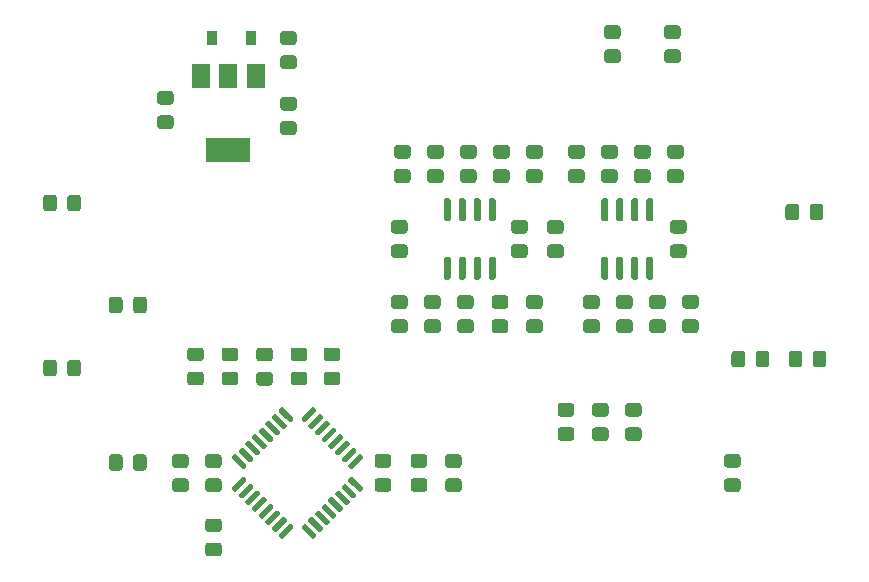
<source format=gbr>
%TF.GenerationSoftware,KiCad,Pcbnew,5.1.6-c6e7f7d~87~ubuntu18.04.1*%
%TF.CreationDate,2020-07-29T17:40:00-04:00*%
%TF.ProjectId,bit_crusher_pedal,6269745f-6372-4757-9368-65725f706564,rev?*%
%TF.SameCoordinates,Original*%
%TF.FileFunction,Paste,Bot*%
%TF.FilePolarity,Positive*%
%FSLAX46Y46*%
G04 Gerber Fmt 4.6, Leading zero omitted, Abs format (unit mm)*
G04 Created by KiCad (PCBNEW 5.1.6-c6e7f7d~87~ubuntu18.04.1) date 2020-07-29 17:40:00*
%MOMM*%
%LPD*%
G01*
G04 APERTURE LIST*
%ADD10R,1.500000X2.000000*%
%ADD11R,3.800000X2.000000*%
%ADD12R,0.900000X1.200000*%
G04 APERTURE END LIST*
%TO.C,R23*%
G36*
G01*
X142690001Y-98610000D02*
X141789999Y-98610000D01*
G75*
G02*
X141540000Y-98360001I0J249999D01*
G01*
X141540000Y-97709999D01*
G75*
G02*
X141789999Y-97460000I249999J0D01*
G01*
X142690001Y-97460000D01*
G75*
G02*
X142940000Y-97709999I0J-249999D01*
G01*
X142940000Y-98360001D01*
G75*
G02*
X142690001Y-98610000I-249999J0D01*
G01*
G37*
G36*
G01*
X142690001Y-100660000D02*
X141789999Y-100660000D01*
G75*
G02*
X141540000Y-100410001I0J249999D01*
G01*
X141540000Y-99759999D01*
G75*
G02*
X141789999Y-99510000I249999J0D01*
G01*
X142690001Y-99510000D01*
G75*
G02*
X142940000Y-99759999I0J-249999D01*
G01*
X142940000Y-100410001D01*
G75*
G02*
X142690001Y-100660000I-249999J0D01*
G01*
G37*
%TD*%
D10*
%TO.C,U4*%
X97268000Y-65405000D03*
X101868000Y-65405000D03*
X99568000Y-65405000D03*
D11*
X99568000Y-71705000D03*
%TD*%
%TO.C,U3*%
G36*
G01*
X99859212Y-100297437D02*
X100743095Y-99413554D01*
G75*
G02*
X100919871Y-99413554I88388J-88388D01*
G01*
X101096648Y-99590331D01*
G75*
G02*
X101096648Y-99767107I-88388J-88388D01*
G01*
X100212765Y-100650990D01*
G75*
G02*
X100035989Y-100650990I-88388J88388D01*
G01*
X99859212Y-100474213D01*
G75*
G02*
X99859212Y-100297437I88388J88388D01*
G01*
G37*
G36*
G01*
X100424898Y-100863122D02*
X101308781Y-99979239D01*
G75*
G02*
X101485557Y-99979239I88388J-88388D01*
G01*
X101662334Y-100156016D01*
G75*
G02*
X101662334Y-100332792I-88388J-88388D01*
G01*
X100778451Y-101216675D01*
G75*
G02*
X100601675Y-101216675I-88388J88388D01*
G01*
X100424898Y-101039898D01*
G75*
G02*
X100424898Y-100863122I88388J88388D01*
G01*
G37*
G36*
G01*
X100990583Y-101428808D02*
X101874466Y-100544925D01*
G75*
G02*
X102051242Y-100544925I88388J-88388D01*
G01*
X102228019Y-100721702D01*
G75*
G02*
X102228019Y-100898478I-88388J-88388D01*
G01*
X101344136Y-101782361D01*
G75*
G02*
X101167360Y-101782361I-88388J88388D01*
G01*
X100990583Y-101605584D01*
G75*
G02*
X100990583Y-101428808I88388J88388D01*
G01*
G37*
G36*
G01*
X101556268Y-101994493D02*
X102440151Y-101110610D01*
G75*
G02*
X102616927Y-101110610I88388J-88388D01*
G01*
X102793704Y-101287387D01*
G75*
G02*
X102793704Y-101464163I-88388J-88388D01*
G01*
X101909821Y-102348046D01*
G75*
G02*
X101733045Y-102348046I-88388J88388D01*
G01*
X101556268Y-102171269D01*
G75*
G02*
X101556268Y-101994493I88388J88388D01*
G01*
G37*
G36*
G01*
X102121954Y-102560179D02*
X103005837Y-101676296D01*
G75*
G02*
X103182613Y-101676296I88388J-88388D01*
G01*
X103359390Y-101853073D01*
G75*
G02*
X103359390Y-102029849I-88388J-88388D01*
G01*
X102475507Y-102913732D01*
G75*
G02*
X102298731Y-102913732I-88388J88388D01*
G01*
X102121954Y-102736955D01*
G75*
G02*
X102121954Y-102560179I88388J88388D01*
G01*
G37*
G36*
G01*
X102687639Y-103125864D02*
X103571522Y-102241981D01*
G75*
G02*
X103748298Y-102241981I88388J-88388D01*
G01*
X103925075Y-102418758D01*
G75*
G02*
X103925075Y-102595534I-88388J-88388D01*
G01*
X103041192Y-103479417D01*
G75*
G02*
X102864416Y-103479417I-88388J88388D01*
G01*
X102687639Y-103302640D01*
G75*
G02*
X102687639Y-103125864I88388J88388D01*
G01*
G37*
G36*
G01*
X103253325Y-103691549D02*
X104137208Y-102807666D01*
G75*
G02*
X104313984Y-102807666I88388J-88388D01*
G01*
X104490761Y-102984443D01*
G75*
G02*
X104490761Y-103161219I-88388J-88388D01*
G01*
X103606878Y-104045102D01*
G75*
G02*
X103430102Y-104045102I-88388J88388D01*
G01*
X103253325Y-103868325D01*
G75*
G02*
X103253325Y-103691549I88388J88388D01*
G01*
G37*
G36*
G01*
X103819010Y-104257235D02*
X104702893Y-103373352D01*
G75*
G02*
X104879669Y-103373352I88388J-88388D01*
G01*
X105056446Y-103550129D01*
G75*
G02*
X105056446Y-103726905I-88388J-88388D01*
G01*
X104172563Y-104610788D01*
G75*
G02*
X103995787Y-104610788I-88388J88388D01*
G01*
X103819010Y-104434011D01*
G75*
G02*
X103819010Y-104257235I88388J88388D01*
G01*
G37*
G36*
G01*
X105763554Y-103550128D02*
X105940331Y-103373352D01*
G75*
G02*
X106117107Y-103373352I88388J-88388D01*
G01*
X107000990Y-104257235D01*
G75*
G02*
X107000990Y-104434011I-88388J-88388D01*
G01*
X106824213Y-104610788D01*
G75*
G02*
X106647437Y-104610788I-88388J88388D01*
G01*
X105763554Y-103726905D01*
G75*
G02*
X105763554Y-103550129I88388J88388D01*
G01*
G37*
G36*
G01*
X106329239Y-102984442D02*
X106506016Y-102807666D01*
G75*
G02*
X106682792Y-102807666I88388J-88388D01*
G01*
X107566675Y-103691549D01*
G75*
G02*
X107566675Y-103868325I-88388J-88388D01*
G01*
X107389898Y-104045102D01*
G75*
G02*
X107213122Y-104045102I-88388J88388D01*
G01*
X106329239Y-103161219D01*
G75*
G02*
X106329239Y-102984443I88388J88388D01*
G01*
G37*
G36*
G01*
X106894925Y-102418757D02*
X107071702Y-102241981D01*
G75*
G02*
X107248478Y-102241981I88388J-88388D01*
G01*
X108132361Y-103125864D01*
G75*
G02*
X108132361Y-103302640I-88388J-88388D01*
G01*
X107955584Y-103479417D01*
G75*
G02*
X107778808Y-103479417I-88388J88388D01*
G01*
X106894925Y-102595534D01*
G75*
G02*
X106894925Y-102418758I88388J88388D01*
G01*
G37*
G36*
G01*
X107460610Y-101853072D02*
X107637387Y-101676296D01*
G75*
G02*
X107814163Y-101676296I88388J-88388D01*
G01*
X108698046Y-102560179D01*
G75*
G02*
X108698046Y-102736955I-88388J-88388D01*
G01*
X108521269Y-102913732D01*
G75*
G02*
X108344493Y-102913732I-88388J88388D01*
G01*
X107460610Y-102029849D01*
G75*
G02*
X107460610Y-101853073I88388J88388D01*
G01*
G37*
G36*
G01*
X108026296Y-101287386D02*
X108203073Y-101110610D01*
G75*
G02*
X108379849Y-101110610I88388J-88388D01*
G01*
X109263732Y-101994493D01*
G75*
G02*
X109263732Y-102171269I-88388J-88388D01*
G01*
X109086955Y-102348046D01*
G75*
G02*
X108910179Y-102348046I-88388J88388D01*
G01*
X108026296Y-101464163D01*
G75*
G02*
X108026296Y-101287387I88388J88388D01*
G01*
G37*
G36*
G01*
X108591981Y-100721701D02*
X108768758Y-100544925D01*
G75*
G02*
X108945534Y-100544925I88388J-88388D01*
G01*
X109829417Y-101428808D01*
G75*
G02*
X109829417Y-101605584I-88388J-88388D01*
G01*
X109652640Y-101782361D01*
G75*
G02*
X109475864Y-101782361I-88388J88388D01*
G01*
X108591981Y-100898478D01*
G75*
G02*
X108591981Y-100721702I88388J88388D01*
G01*
G37*
G36*
G01*
X109157666Y-100156015D02*
X109334443Y-99979239D01*
G75*
G02*
X109511219Y-99979239I88388J-88388D01*
G01*
X110395102Y-100863122D01*
G75*
G02*
X110395102Y-101039898I-88388J-88388D01*
G01*
X110218325Y-101216675D01*
G75*
G02*
X110041549Y-101216675I-88388J88388D01*
G01*
X109157666Y-100332792D01*
G75*
G02*
X109157666Y-100156016I88388J88388D01*
G01*
G37*
G36*
G01*
X109723352Y-99590330D02*
X109900129Y-99413554D01*
G75*
G02*
X110076905Y-99413554I88388J-88388D01*
G01*
X110960788Y-100297437D01*
G75*
G02*
X110960788Y-100474213I-88388J-88388D01*
G01*
X110784011Y-100650990D01*
G75*
G02*
X110607235Y-100650990I-88388J88388D01*
G01*
X109723352Y-99767107D01*
G75*
G02*
X109723352Y-99590331I88388J88388D01*
G01*
G37*
G36*
G01*
X109723352Y-98352893D02*
X110607235Y-97469010D01*
G75*
G02*
X110784011Y-97469010I88388J-88388D01*
G01*
X110960788Y-97645787D01*
G75*
G02*
X110960788Y-97822563I-88388J-88388D01*
G01*
X110076905Y-98706446D01*
G75*
G02*
X109900129Y-98706446I-88388J88388D01*
G01*
X109723352Y-98529669D01*
G75*
G02*
X109723352Y-98352893I88388J88388D01*
G01*
G37*
G36*
G01*
X109157666Y-97787208D02*
X110041549Y-96903325D01*
G75*
G02*
X110218325Y-96903325I88388J-88388D01*
G01*
X110395102Y-97080102D01*
G75*
G02*
X110395102Y-97256878I-88388J-88388D01*
G01*
X109511219Y-98140761D01*
G75*
G02*
X109334443Y-98140761I-88388J88388D01*
G01*
X109157666Y-97963984D01*
G75*
G02*
X109157666Y-97787208I88388J88388D01*
G01*
G37*
G36*
G01*
X108591981Y-97221522D02*
X109475864Y-96337639D01*
G75*
G02*
X109652640Y-96337639I88388J-88388D01*
G01*
X109829417Y-96514416D01*
G75*
G02*
X109829417Y-96691192I-88388J-88388D01*
G01*
X108945534Y-97575075D01*
G75*
G02*
X108768758Y-97575075I-88388J88388D01*
G01*
X108591981Y-97398298D01*
G75*
G02*
X108591981Y-97221522I88388J88388D01*
G01*
G37*
G36*
G01*
X108026296Y-96655837D02*
X108910179Y-95771954D01*
G75*
G02*
X109086955Y-95771954I88388J-88388D01*
G01*
X109263732Y-95948731D01*
G75*
G02*
X109263732Y-96125507I-88388J-88388D01*
G01*
X108379849Y-97009390D01*
G75*
G02*
X108203073Y-97009390I-88388J88388D01*
G01*
X108026296Y-96832613D01*
G75*
G02*
X108026296Y-96655837I88388J88388D01*
G01*
G37*
G36*
G01*
X107460610Y-96090151D02*
X108344493Y-95206268D01*
G75*
G02*
X108521269Y-95206268I88388J-88388D01*
G01*
X108698046Y-95383045D01*
G75*
G02*
X108698046Y-95559821I-88388J-88388D01*
G01*
X107814163Y-96443704D01*
G75*
G02*
X107637387Y-96443704I-88388J88388D01*
G01*
X107460610Y-96266927D01*
G75*
G02*
X107460610Y-96090151I88388J88388D01*
G01*
G37*
G36*
G01*
X106894925Y-95524466D02*
X107778808Y-94640583D01*
G75*
G02*
X107955584Y-94640583I88388J-88388D01*
G01*
X108132361Y-94817360D01*
G75*
G02*
X108132361Y-94994136I-88388J-88388D01*
G01*
X107248478Y-95878019D01*
G75*
G02*
X107071702Y-95878019I-88388J88388D01*
G01*
X106894925Y-95701242D01*
G75*
G02*
X106894925Y-95524466I88388J88388D01*
G01*
G37*
G36*
G01*
X106329239Y-94958781D02*
X107213122Y-94074898D01*
G75*
G02*
X107389898Y-94074898I88388J-88388D01*
G01*
X107566675Y-94251675D01*
G75*
G02*
X107566675Y-94428451I-88388J-88388D01*
G01*
X106682792Y-95312334D01*
G75*
G02*
X106506016Y-95312334I-88388J88388D01*
G01*
X106329239Y-95135557D01*
G75*
G02*
X106329239Y-94958781I88388J88388D01*
G01*
G37*
G36*
G01*
X105763554Y-94393095D02*
X106647437Y-93509212D01*
G75*
G02*
X106824213Y-93509212I88388J-88388D01*
G01*
X107000990Y-93685989D01*
G75*
G02*
X107000990Y-93862765I-88388J-88388D01*
G01*
X106117107Y-94746648D01*
G75*
G02*
X105940331Y-94746648I-88388J88388D01*
G01*
X105763554Y-94569871D01*
G75*
G02*
X105763554Y-94393095I88388J88388D01*
G01*
G37*
G36*
G01*
X103819010Y-93685988D02*
X103995787Y-93509212D01*
G75*
G02*
X104172563Y-93509212I88388J-88388D01*
G01*
X105056446Y-94393095D01*
G75*
G02*
X105056446Y-94569871I-88388J-88388D01*
G01*
X104879669Y-94746648D01*
G75*
G02*
X104702893Y-94746648I-88388J88388D01*
G01*
X103819010Y-93862765D01*
G75*
G02*
X103819010Y-93685989I88388J88388D01*
G01*
G37*
G36*
G01*
X103253325Y-94251674D02*
X103430102Y-94074898D01*
G75*
G02*
X103606878Y-94074898I88388J-88388D01*
G01*
X104490761Y-94958781D01*
G75*
G02*
X104490761Y-95135557I-88388J-88388D01*
G01*
X104313984Y-95312334D01*
G75*
G02*
X104137208Y-95312334I-88388J88388D01*
G01*
X103253325Y-94428451D01*
G75*
G02*
X103253325Y-94251675I88388J88388D01*
G01*
G37*
G36*
G01*
X102687639Y-94817359D02*
X102864416Y-94640583D01*
G75*
G02*
X103041192Y-94640583I88388J-88388D01*
G01*
X103925075Y-95524466D01*
G75*
G02*
X103925075Y-95701242I-88388J-88388D01*
G01*
X103748298Y-95878019D01*
G75*
G02*
X103571522Y-95878019I-88388J88388D01*
G01*
X102687639Y-94994136D01*
G75*
G02*
X102687639Y-94817360I88388J88388D01*
G01*
G37*
G36*
G01*
X102121954Y-95383044D02*
X102298731Y-95206268D01*
G75*
G02*
X102475507Y-95206268I88388J-88388D01*
G01*
X103359390Y-96090151D01*
G75*
G02*
X103359390Y-96266927I-88388J-88388D01*
G01*
X103182613Y-96443704D01*
G75*
G02*
X103005837Y-96443704I-88388J88388D01*
G01*
X102121954Y-95559821D01*
G75*
G02*
X102121954Y-95383045I88388J88388D01*
G01*
G37*
G36*
G01*
X101556268Y-95948730D02*
X101733045Y-95771954D01*
G75*
G02*
X101909821Y-95771954I88388J-88388D01*
G01*
X102793704Y-96655837D01*
G75*
G02*
X102793704Y-96832613I-88388J-88388D01*
G01*
X102616927Y-97009390D01*
G75*
G02*
X102440151Y-97009390I-88388J88388D01*
G01*
X101556268Y-96125507D01*
G75*
G02*
X101556268Y-95948731I88388J88388D01*
G01*
G37*
G36*
G01*
X100990583Y-96514415D02*
X101167360Y-96337639D01*
G75*
G02*
X101344136Y-96337639I88388J-88388D01*
G01*
X102228019Y-97221522D01*
G75*
G02*
X102228019Y-97398298I-88388J-88388D01*
G01*
X102051242Y-97575075D01*
G75*
G02*
X101874466Y-97575075I-88388J88388D01*
G01*
X100990583Y-96691192D01*
G75*
G02*
X100990583Y-96514416I88388J88388D01*
G01*
G37*
G36*
G01*
X100424898Y-97080101D02*
X100601675Y-96903325D01*
G75*
G02*
X100778451Y-96903325I88388J-88388D01*
G01*
X101662334Y-97787208D01*
G75*
G02*
X101662334Y-97963984I-88388J-88388D01*
G01*
X101485557Y-98140761D01*
G75*
G02*
X101308781Y-98140761I-88388J88388D01*
G01*
X100424898Y-97256878D01*
G75*
G02*
X100424898Y-97080102I88388J88388D01*
G01*
G37*
G36*
G01*
X99859212Y-97645786D02*
X100035989Y-97469010D01*
G75*
G02*
X100212765Y-97469010I88388J-88388D01*
G01*
X101096648Y-98352893D01*
G75*
G02*
X101096648Y-98529669I-88388J-88388D01*
G01*
X100919871Y-98706446D01*
G75*
G02*
X100743095Y-98706446I-88388J88388D01*
G01*
X99859212Y-97822563D01*
G75*
G02*
X99859212Y-97645787I88388J88388D01*
G01*
G37*
%TD*%
%TO.C,U2*%
G36*
G01*
X117960000Y-80748000D02*
X118260000Y-80748000D01*
G75*
G02*
X118410000Y-80898000I0J-150000D01*
G01*
X118410000Y-82548000D01*
G75*
G02*
X118260000Y-82698000I-150000J0D01*
G01*
X117960000Y-82698000D01*
G75*
G02*
X117810000Y-82548000I0J150000D01*
G01*
X117810000Y-80898000D01*
G75*
G02*
X117960000Y-80748000I150000J0D01*
G01*
G37*
G36*
G01*
X119230000Y-80748000D02*
X119530000Y-80748000D01*
G75*
G02*
X119680000Y-80898000I0J-150000D01*
G01*
X119680000Y-82548000D01*
G75*
G02*
X119530000Y-82698000I-150000J0D01*
G01*
X119230000Y-82698000D01*
G75*
G02*
X119080000Y-82548000I0J150000D01*
G01*
X119080000Y-80898000D01*
G75*
G02*
X119230000Y-80748000I150000J0D01*
G01*
G37*
G36*
G01*
X120500000Y-80748000D02*
X120800000Y-80748000D01*
G75*
G02*
X120950000Y-80898000I0J-150000D01*
G01*
X120950000Y-82548000D01*
G75*
G02*
X120800000Y-82698000I-150000J0D01*
G01*
X120500000Y-82698000D01*
G75*
G02*
X120350000Y-82548000I0J150000D01*
G01*
X120350000Y-80898000D01*
G75*
G02*
X120500000Y-80748000I150000J0D01*
G01*
G37*
G36*
G01*
X121770000Y-80748000D02*
X122070000Y-80748000D01*
G75*
G02*
X122220000Y-80898000I0J-150000D01*
G01*
X122220000Y-82548000D01*
G75*
G02*
X122070000Y-82698000I-150000J0D01*
G01*
X121770000Y-82698000D01*
G75*
G02*
X121620000Y-82548000I0J150000D01*
G01*
X121620000Y-80898000D01*
G75*
G02*
X121770000Y-80748000I150000J0D01*
G01*
G37*
G36*
G01*
X121770000Y-75798000D02*
X122070000Y-75798000D01*
G75*
G02*
X122220000Y-75948000I0J-150000D01*
G01*
X122220000Y-77598000D01*
G75*
G02*
X122070000Y-77748000I-150000J0D01*
G01*
X121770000Y-77748000D01*
G75*
G02*
X121620000Y-77598000I0J150000D01*
G01*
X121620000Y-75948000D01*
G75*
G02*
X121770000Y-75798000I150000J0D01*
G01*
G37*
G36*
G01*
X120500000Y-75798000D02*
X120800000Y-75798000D01*
G75*
G02*
X120950000Y-75948000I0J-150000D01*
G01*
X120950000Y-77598000D01*
G75*
G02*
X120800000Y-77748000I-150000J0D01*
G01*
X120500000Y-77748000D01*
G75*
G02*
X120350000Y-77598000I0J150000D01*
G01*
X120350000Y-75948000D01*
G75*
G02*
X120500000Y-75798000I150000J0D01*
G01*
G37*
G36*
G01*
X119230000Y-75798000D02*
X119530000Y-75798000D01*
G75*
G02*
X119680000Y-75948000I0J-150000D01*
G01*
X119680000Y-77598000D01*
G75*
G02*
X119530000Y-77748000I-150000J0D01*
G01*
X119230000Y-77748000D01*
G75*
G02*
X119080000Y-77598000I0J150000D01*
G01*
X119080000Y-75948000D01*
G75*
G02*
X119230000Y-75798000I150000J0D01*
G01*
G37*
G36*
G01*
X117960000Y-75798000D02*
X118260000Y-75798000D01*
G75*
G02*
X118410000Y-75948000I0J-150000D01*
G01*
X118410000Y-77598000D01*
G75*
G02*
X118260000Y-77748000I-150000J0D01*
G01*
X117960000Y-77748000D01*
G75*
G02*
X117810000Y-77598000I0J150000D01*
G01*
X117810000Y-75948000D01*
G75*
G02*
X117960000Y-75798000I150000J0D01*
G01*
G37*
%TD*%
%TO.C,U1*%
G36*
G01*
X131295000Y-80748000D02*
X131595000Y-80748000D01*
G75*
G02*
X131745000Y-80898000I0J-150000D01*
G01*
X131745000Y-82548000D01*
G75*
G02*
X131595000Y-82698000I-150000J0D01*
G01*
X131295000Y-82698000D01*
G75*
G02*
X131145000Y-82548000I0J150000D01*
G01*
X131145000Y-80898000D01*
G75*
G02*
X131295000Y-80748000I150000J0D01*
G01*
G37*
G36*
G01*
X132565000Y-80748000D02*
X132865000Y-80748000D01*
G75*
G02*
X133015000Y-80898000I0J-150000D01*
G01*
X133015000Y-82548000D01*
G75*
G02*
X132865000Y-82698000I-150000J0D01*
G01*
X132565000Y-82698000D01*
G75*
G02*
X132415000Y-82548000I0J150000D01*
G01*
X132415000Y-80898000D01*
G75*
G02*
X132565000Y-80748000I150000J0D01*
G01*
G37*
G36*
G01*
X133835000Y-80748000D02*
X134135000Y-80748000D01*
G75*
G02*
X134285000Y-80898000I0J-150000D01*
G01*
X134285000Y-82548000D01*
G75*
G02*
X134135000Y-82698000I-150000J0D01*
G01*
X133835000Y-82698000D01*
G75*
G02*
X133685000Y-82548000I0J150000D01*
G01*
X133685000Y-80898000D01*
G75*
G02*
X133835000Y-80748000I150000J0D01*
G01*
G37*
G36*
G01*
X135105000Y-80748000D02*
X135405000Y-80748000D01*
G75*
G02*
X135555000Y-80898000I0J-150000D01*
G01*
X135555000Y-82548000D01*
G75*
G02*
X135405000Y-82698000I-150000J0D01*
G01*
X135105000Y-82698000D01*
G75*
G02*
X134955000Y-82548000I0J150000D01*
G01*
X134955000Y-80898000D01*
G75*
G02*
X135105000Y-80748000I150000J0D01*
G01*
G37*
G36*
G01*
X135105000Y-75798000D02*
X135405000Y-75798000D01*
G75*
G02*
X135555000Y-75948000I0J-150000D01*
G01*
X135555000Y-77598000D01*
G75*
G02*
X135405000Y-77748000I-150000J0D01*
G01*
X135105000Y-77748000D01*
G75*
G02*
X134955000Y-77598000I0J150000D01*
G01*
X134955000Y-75948000D01*
G75*
G02*
X135105000Y-75798000I150000J0D01*
G01*
G37*
G36*
G01*
X133835000Y-75798000D02*
X134135000Y-75798000D01*
G75*
G02*
X134285000Y-75948000I0J-150000D01*
G01*
X134285000Y-77598000D01*
G75*
G02*
X134135000Y-77748000I-150000J0D01*
G01*
X133835000Y-77748000D01*
G75*
G02*
X133685000Y-77598000I0J150000D01*
G01*
X133685000Y-75948000D01*
G75*
G02*
X133835000Y-75798000I150000J0D01*
G01*
G37*
G36*
G01*
X132565000Y-75798000D02*
X132865000Y-75798000D01*
G75*
G02*
X133015000Y-75948000I0J-150000D01*
G01*
X133015000Y-77598000D01*
G75*
G02*
X132865000Y-77748000I-150000J0D01*
G01*
X132565000Y-77748000D01*
G75*
G02*
X132415000Y-77598000I0J150000D01*
G01*
X132415000Y-75948000D01*
G75*
G02*
X132565000Y-75798000I150000J0D01*
G01*
G37*
G36*
G01*
X131295000Y-75798000D02*
X131595000Y-75798000D01*
G75*
G02*
X131745000Y-75948000I0J-150000D01*
G01*
X131745000Y-77598000D01*
G75*
G02*
X131595000Y-77748000I-150000J0D01*
G01*
X131295000Y-77748000D01*
G75*
G02*
X131145000Y-77598000I0J150000D01*
G01*
X131145000Y-75948000D01*
G75*
G02*
X131295000Y-75798000I150000J0D01*
G01*
G37*
%TD*%
%TO.C,R22*%
G36*
G01*
X117290001Y-85157000D02*
X116389999Y-85157000D01*
G75*
G02*
X116140000Y-84907001I0J249999D01*
G01*
X116140000Y-84256999D01*
G75*
G02*
X116389999Y-84007000I249999J0D01*
G01*
X117290001Y-84007000D01*
G75*
G02*
X117540000Y-84256999I0J-249999D01*
G01*
X117540000Y-84907001D01*
G75*
G02*
X117290001Y-85157000I-249999J0D01*
G01*
G37*
G36*
G01*
X117290001Y-87207000D02*
X116389999Y-87207000D01*
G75*
G02*
X116140000Y-86957001I0J249999D01*
G01*
X116140000Y-86306999D01*
G75*
G02*
X116389999Y-86057000I249999J0D01*
G01*
X117290001Y-86057000D01*
G75*
G02*
X117540000Y-86306999I0J-249999D01*
G01*
X117540000Y-86957001D01*
G75*
G02*
X117290001Y-87207000I-249999J0D01*
G01*
G37*
%TD*%
%TO.C,R21*%
G36*
G01*
X122104999Y-86057000D02*
X123005001Y-86057000D01*
G75*
G02*
X123255000Y-86306999I0J-249999D01*
G01*
X123255000Y-86957001D01*
G75*
G02*
X123005001Y-87207000I-249999J0D01*
G01*
X122104999Y-87207000D01*
G75*
G02*
X121855000Y-86957001I0J249999D01*
G01*
X121855000Y-86306999D01*
G75*
G02*
X122104999Y-86057000I249999J0D01*
G01*
G37*
G36*
G01*
X122104999Y-84007000D02*
X123005001Y-84007000D01*
G75*
G02*
X123255000Y-84256999I0J-249999D01*
G01*
X123255000Y-84907001D01*
G75*
G02*
X123005001Y-85157000I-249999J0D01*
G01*
X122104999Y-85157000D01*
G75*
G02*
X121855000Y-84907001I0J249999D01*
G01*
X121855000Y-84256999D01*
G75*
G02*
X122104999Y-84007000I249999J0D01*
G01*
G37*
%TD*%
%TO.C,R20*%
G36*
G01*
X119183999Y-86057000D02*
X120084001Y-86057000D01*
G75*
G02*
X120334000Y-86306999I0J-249999D01*
G01*
X120334000Y-86957001D01*
G75*
G02*
X120084001Y-87207000I-249999J0D01*
G01*
X119183999Y-87207000D01*
G75*
G02*
X118934000Y-86957001I0J249999D01*
G01*
X118934000Y-86306999D01*
G75*
G02*
X119183999Y-86057000I249999J0D01*
G01*
G37*
G36*
G01*
X119183999Y-84007000D02*
X120084001Y-84007000D01*
G75*
G02*
X120334000Y-84256999I0J-249999D01*
G01*
X120334000Y-84907001D01*
G75*
G02*
X120084001Y-85157000I-249999J0D01*
G01*
X119183999Y-85157000D01*
G75*
G02*
X118934000Y-84907001I0J249999D01*
G01*
X118934000Y-84256999D01*
G75*
G02*
X119183999Y-84007000I249999J0D01*
G01*
G37*
%TD*%
%TO.C,R19*%
G36*
G01*
X85030000Y-89719999D02*
X85030000Y-90620001D01*
G75*
G02*
X84780001Y-90870000I-249999J0D01*
G01*
X84129999Y-90870000D01*
G75*
G02*
X83880000Y-90620001I0J249999D01*
G01*
X83880000Y-89719999D01*
G75*
G02*
X84129999Y-89470000I249999J0D01*
G01*
X84780001Y-89470000D01*
G75*
G02*
X85030000Y-89719999I0J-249999D01*
G01*
G37*
G36*
G01*
X87080000Y-89719999D02*
X87080000Y-90620001D01*
G75*
G02*
X86830001Y-90870000I-249999J0D01*
G01*
X86179999Y-90870000D01*
G75*
G02*
X85930000Y-90620001I0J249999D01*
G01*
X85930000Y-89719999D01*
G75*
G02*
X86179999Y-89470000I249999J0D01*
G01*
X86830001Y-89470000D01*
G75*
G02*
X87080000Y-89719999I0J-249999D01*
G01*
G37*
%TD*%
%TO.C,R18*%
G36*
G01*
X116643999Y-73339000D02*
X117544001Y-73339000D01*
G75*
G02*
X117794000Y-73588999I0J-249999D01*
G01*
X117794000Y-74239001D01*
G75*
G02*
X117544001Y-74489000I-249999J0D01*
G01*
X116643999Y-74489000D01*
G75*
G02*
X116394000Y-74239001I0J249999D01*
G01*
X116394000Y-73588999D01*
G75*
G02*
X116643999Y-73339000I249999J0D01*
G01*
G37*
G36*
G01*
X116643999Y-71289000D02*
X117544001Y-71289000D01*
G75*
G02*
X117794000Y-71538999I0J-249999D01*
G01*
X117794000Y-72189001D01*
G75*
G02*
X117544001Y-72439000I-249999J0D01*
G01*
X116643999Y-72439000D01*
G75*
G02*
X116394000Y-72189001I0J249999D01*
G01*
X116394000Y-71538999D01*
G75*
G02*
X116643999Y-71289000I249999J0D01*
G01*
G37*
%TD*%
%TO.C,R17*%
G36*
G01*
X123132001Y-72439000D02*
X122231999Y-72439000D01*
G75*
G02*
X121982000Y-72189001I0J249999D01*
G01*
X121982000Y-71538999D01*
G75*
G02*
X122231999Y-71289000I249999J0D01*
G01*
X123132001Y-71289000D01*
G75*
G02*
X123382000Y-71538999I0J-249999D01*
G01*
X123382000Y-72189001D01*
G75*
G02*
X123132001Y-72439000I-249999J0D01*
G01*
G37*
G36*
G01*
X123132001Y-74489000D02*
X122231999Y-74489000D01*
G75*
G02*
X121982000Y-74239001I0J249999D01*
G01*
X121982000Y-73588999D01*
G75*
G02*
X122231999Y-73339000I249999J0D01*
G01*
X123132001Y-73339000D01*
G75*
G02*
X123382000Y-73588999I0J-249999D01*
G01*
X123382000Y-74239001D01*
G75*
G02*
X123132001Y-74489000I-249999J0D01*
G01*
G37*
%TD*%
%TO.C,R16*%
G36*
G01*
X120338001Y-72439000D02*
X119437999Y-72439000D01*
G75*
G02*
X119188000Y-72189001I0J249999D01*
G01*
X119188000Y-71538999D01*
G75*
G02*
X119437999Y-71289000I249999J0D01*
G01*
X120338001Y-71289000D01*
G75*
G02*
X120588000Y-71538999I0J-249999D01*
G01*
X120588000Y-72189001D01*
G75*
G02*
X120338001Y-72439000I-249999J0D01*
G01*
G37*
G36*
G01*
X120338001Y-74489000D02*
X119437999Y-74489000D01*
G75*
G02*
X119188000Y-74239001I0J249999D01*
G01*
X119188000Y-73588999D01*
G75*
G02*
X119437999Y-73339000I249999J0D01*
G01*
X120338001Y-73339000D01*
G75*
G02*
X120588000Y-73588999I0J-249999D01*
G01*
X120588000Y-74239001D01*
G75*
G02*
X120338001Y-74489000I-249999J0D01*
G01*
G37*
%TD*%
%TO.C,R15*%
G36*
G01*
X85030000Y-75749999D02*
X85030000Y-76650001D01*
G75*
G02*
X84780001Y-76900000I-249999J0D01*
G01*
X84129999Y-76900000D01*
G75*
G02*
X83880000Y-76650001I0J249999D01*
G01*
X83880000Y-75749999D01*
G75*
G02*
X84129999Y-75500000I249999J0D01*
G01*
X84780001Y-75500000D01*
G75*
G02*
X85030000Y-75749999I0J-249999D01*
G01*
G37*
G36*
G01*
X87080000Y-75749999D02*
X87080000Y-76650001D01*
G75*
G02*
X86830001Y-76900000I-249999J0D01*
G01*
X86179999Y-76900000D01*
G75*
G02*
X85930000Y-76650001I0J249999D01*
G01*
X85930000Y-75749999D01*
G75*
G02*
X86179999Y-75500000I249999J0D01*
G01*
X86830001Y-75500000D01*
G75*
G02*
X87080000Y-75749999I0J-249999D01*
G01*
G37*
%TD*%
%TO.C,R14*%
G36*
G01*
X134308001Y-94292000D02*
X133407999Y-94292000D01*
G75*
G02*
X133158000Y-94042001I0J249999D01*
G01*
X133158000Y-93391999D01*
G75*
G02*
X133407999Y-93142000I249999J0D01*
G01*
X134308001Y-93142000D01*
G75*
G02*
X134558000Y-93391999I0J-249999D01*
G01*
X134558000Y-94042001D01*
G75*
G02*
X134308001Y-94292000I-249999J0D01*
G01*
G37*
G36*
G01*
X134308001Y-96342000D02*
X133407999Y-96342000D01*
G75*
G02*
X133158000Y-96092001I0J249999D01*
G01*
X133158000Y-95441999D01*
G75*
G02*
X133407999Y-95192000I249999J0D01*
G01*
X134308001Y-95192000D01*
G75*
G02*
X134558000Y-95441999I0J-249999D01*
G01*
X134558000Y-96092001D01*
G75*
G02*
X134308001Y-96342000I-249999J0D01*
G01*
G37*
%TD*%
%TO.C,R13*%
G36*
G01*
X127692999Y-95183000D02*
X128593001Y-95183000D01*
G75*
G02*
X128843000Y-95432999I0J-249999D01*
G01*
X128843000Y-96083001D01*
G75*
G02*
X128593001Y-96333000I-249999J0D01*
G01*
X127692999Y-96333000D01*
G75*
G02*
X127443000Y-96083001I0J249999D01*
G01*
X127443000Y-95432999D01*
G75*
G02*
X127692999Y-95183000I249999J0D01*
G01*
G37*
G36*
G01*
X127692999Y-93133000D02*
X128593001Y-93133000D01*
G75*
G02*
X128843000Y-93382999I0J-249999D01*
G01*
X128843000Y-94033001D01*
G75*
G02*
X128593001Y-94283000I-249999J0D01*
G01*
X127692999Y-94283000D01*
G75*
G02*
X127443000Y-94033001I0J249999D01*
G01*
X127443000Y-93382999D01*
G75*
G02*
X127692999Y-93133000I249999J0D01*
G01*
G37*
%TD*%
%TO.C,R12*%
G36*
G01*
X148140000Y-88957999D02*
X148140000Y-89858001D01*
G75*
G02*
X147890001Y-90108000I-249999J0D01*
G01*
X147239999Y-90108000D01*
G75*
G02*
X146990000Y-89858001I0J249999D01*
G01*
X146990000Y-88957999D01*
G75*
G02*
X147239999Y-88708000I249999J0D01*
G01*
X147890001Y-88708000D01*
G75*
G02*
X148140000Y-88957999I0J-249999D01*
G01*
G37*
G36*
G01*
X150190000Y-88957999D02*
X150190000Y-89858001D01*
G75*
G02*
X149940001Y-90108000I-249999J0D01*
G01*
X149289999Y-90108000D01*
G75*
G02*
X149040000Y-89858001I0J249999D01*
G01*
X149040000Y-88957999D01*
G75*
G02*
X149289999Y-88708000I249999J0D01*
G01*
X149940001Y-88708000D01*
G75*
G02*
X150190000Y-88957999I0J-249999D01*
G01*
G37*
%TD*%
%TO.C,R11*%
G36*
G01*
X143305000Y-88957999D02*
X143305000Y-89858001D01*
G75*
G02*
X143055001Y-90108000I-249999J0D01*
G01*
X142404999Y-90108000D01*
G75*
G02*
X142155000Y-89858001I0J249999D01*
G01*
X142155000Y-88957999D01*
G75*
G02*
X142404999Y-88708000I249999J0D01*
G01*
X143055001Y-88708000D01*
G75*
G02*
X143305000Y-88957999I0J-249999D01*
G01*
G37*
G36*
G01*
X145355000Y-88957999D02*
X145355000Y-89858001D01*
G75*
G02*
X145105001Y-90108000I-249999J0D01*
G01*
X144454999Y-90108000D01*
G75*
G02*
X144205000Y-89858001I0J249999D01*
G01*
X144205000Y-88957999D01*
G75*
G02*
X144454999Y-88708000I249999J0D01*
G01*
X145105001Y-88708000D01*
G75*
G02*
X145355000Y-88957999I0J-249999D01*
G01*
G37*
%TD*%
%TO.C,R10*%
G36*
G01*
X132645999Y-86057000D02*
X133546001Y-86057000D01*
G75*
G02*
X133796000Y-86306999I0J-249999D01*
G01*
X133796000Y-86957001D01*
G75*
G02*
X133546001Y-87207000I-249999J0D01*
G01*
X132645999Y-87207000D01*
G75*
G02*
X132396000Y-86957001I0J249999D01*
G01*
X132396000Y-86306999D01*
G75*
G02*
X132645999Y-86057000I249999J0D01*
G01*
G37*
G36*
G01*
X132645999Y-84007000D02*
X133546001Y-84007000D01*
G75*
G02*
X133796000Y-84256999I0J-249999D01*
G01*
X133796000Y-84907001D01*
G75*
G02*
X133546001Y-85157000I-249999J0D01*
G01*
X132645999Y-85157000D01*
G75*
G02*
X132396000Y-84907001I0J249999D01*
G01*
X132396000Y-84256999D01*
G75*
G02*
X132645999Y-84007000I249999J0D01*
G01*
G37*
%TD*%
%TO.C,R9*%
G36*
G01*
X138233999Y-86039000D02*
X139134001Y-86039000D01*
G75*
G02*
X139384000Y-86288999I0J-249999D01*
G01*
X139384000Y-86939001D01*
G75*
G02*
X139134001Y-87189000I-249999J0D01*
G01*
X138233999Y-87189000D01*
G75*
G02*
X137984000Y-86939001I0J249999D01*
G01*
X137984000Y-86288999D01*
G75*
G02*
X138233999Y-86039000I249999J0D01*
G01*
G37*
G36*
G01*
X138233999Y-83989000D02*
X139134001Y-83989000D01*
G75*
G02*
X139384000Y-84238999I0J-249999D01*
G01*
X139384000Y-84889001D01*
G75*
G02*
X139134001Y-85139000I-249999J0D01*
G01*
X138233999Y-85139000D01*
G75*
G02*
X137984000Y-84889001I0J249999D01*
G01*
X137984000Y-84238999D01*
G75*
G02*
X138233999Y-83989000I249999J0D01*
G01*
G37*
%TD*%
%TO.C,R8*%
G36*
G01*
X134169999Y-73339000D02*
X135070001Y-73339000D01*
G75*
G02*
X135320000Y-73588999I0J-249999D01*
G01*
X135320000Y-74239001D01*
G75*
G02*
X135070001Y-74489000I-249999J0D01*
G01*
X134169999Y-74489000D01*
G75*
G02*
X133920000Y-74239001I0J249999D01*
G01*
X133920000Y-73588999D01*
G75*
G02*
X134169999Y-73339000I249999J0D01*
G01*
G37*
G36*
G01*
X134169999Y-71289000D02*
X135070001Y-71289000D01*
G75*
G02*
X135320000Y-71538999I0J-249999D01*
G01*
X135320000Y-72189001D01*
G75*
G02*
X135070001Y-72439000I-249999J0D01*
G01*
X134169999Y-72439000D01*
G75*
G02*
X133920000Y-72189001I0J249999D01*
G01*
X133920000Y-71538999D01*
G75*
G02*
X134169999Y-71289000I249999J0D01*
G01*
G37*
%TD*%
%TO.C,R7*%
G36*
G01*
X132276001Y-72439000D02*
X131375999Y-72439000D01*
G75*
G02*
X131126000Y-72189001I0J249999D01*
G01*
X131126000Y-71538999D01*
G75*
G02*
X131375999Y-71289000I249999J0D01*
G01*
X132276001Y-71289000D01*
G75*
G02*
X132526000Y-71538999I0J-249999D01*
G01*
X132526000Y-72189001D01*
G75*
G02*
X132276001Y-72439000I-249999J0D01*
G01*
G37*
G36*
G01*
X132276001Y-74489000D02*
X131375999Y-74489000D01*
G75*
G02*
X131126000Y-74239001I0J249999D01*
G01*
X131126000Y-73588999D01*
G75*
G02*
X131375999Y-73339000I249999J0D01*
G01*
X132276001Y-73339000D01*
G75*
G02*
X132526000Y-73588999I0J-249999D01*
G01*
X132526000Y-74239001D01*
G75*
G02*
X132276001Y-74489000I-249999J0D01*
G01*
G37*
%TD*%
%TO.C,R6*%
G36*
G01*
X129482001Y-72439000D02*
X128581999Y-72439000D01*
G75*
G02*
X128332000Y-72189001I0J249999D01*
G01*
X128332000Y-71538999D01*
G75*
G02*
X128581999Y-71289000I249999J0D01*
G01*
X129482001Y-71289000D01*
G75*
G02*
X129732000Y-71538999I0J-249999D01*
G01*
X129732000Y-72189001D01*
G75*
G02*
X129482001Y-72439000I-249999J0D01*
G01*
G37*
G36*
G01*
X129482001Y-74489000D02*
X128581999Y-74489000D01*
G75*
G02*
X128332000Y-74239001I0J249999D01*
G01*
X128332000Y-73588999D01*
G75*
G02*
X128581999Y-73339000I249999J0D01*
G01*
X129482001Y-73339000D01*
G75*
G02*
X129732000Y-73588999I0J-249999D01*
G01*
X129732000Y-74239001D01*
G75*
G02*
X129482001Y-74489000I-249999J0D01*
G01*
G37*
%TD*%
%TO.C,R5*%
G36*
G01*
X147877000Y-76511999D02*
X147877000Y-77412001D01*
G75*
G02*
X147627001Y-77662000I-249999J0D01*
G01*
X146976999Y-77662000D01*
G75*
G02*
X146727000Y-77412001I0J249999D01*
G01*
X146727000Y-76511999D01*
G75*
G02*
X146976999Y-76262000I249999J0D01*
G01*
X147627001Y-76262000D01*
G75*
G02*
X147877000Y-76511999I0J-249999D01*
G01*
G37*
G36*
G01*
X149927000Y-76511999D02*
X149927000Y-77412001D01*
G75*
G02*
X149677001Y-77662000I-249999J0D01*
G01*
X149026999Y-77662000D01*
G75*
G02*
X148777000Y-77412001I0J249999D01*
G01*
X148777000Y-76511999D01*
G75*
G02*
X149026999Y-76262000I249999J0D01*
G01*
X149677001Y-76262000D01*
G75*
G02*
X149927000Y-76511999I0J-249999D01*
G01*
G37*
%TD*%
%TO.C,R4*%
G36*
G01*
X97847999Y-104962000D02*
X98748001Y-104962000D01*
G75*
G02*
X98998000Y-105211999I0J-249999D01*
G01*
X98998000Y-105862001D01*
G75*
G02*
X98748001Y-106112000I-249999J0D01*
G01*
X97847999Y-106112000D01*
G75*
G02*
X97598000Y-105862001I0J249999D01*
G01*
X97598000Y-105211999D01*
G75*
G02*
X97847999Y-104962000I249999J0D01*
G01*
G37*
G36*
G01*
X97847999Y-102912000D02*
X98748001Y-102912000D01*
G75*
G02*
X98998000Y-103161999I0J-249999D01*
G01*
X98998000Y-103812001D01*
G75*
G02*
X98748001Y-104062000I-249999J0D01*
G01*
X97847999Y-104062000D01*
G75*
G02*
X97598000Y-103812001I0J249999D01*
G01*
X97598000Y-103161999D01*
G75*
G02*
X97847999Y-102912000I249999J0D01*
G01*
G37*
%TD*%
%TO.C,R3*%
G36*
G01*
X131629999Y-63197000D02*
X132530001Y-63197000D01*
G75*
G02*
X132780000Y-63446999I0J-249999D01*
G01*
X132780000Y-64097001D01*
G75*
G02*
X132530001Y-64347000I-249999J0D01*
G01*
X131629999Y-64347000D01*
G75*
G02*
X131380000Y-64097001I0J249999D01*
G01*
X131380000Y-63446999D01*
G75*
G02*
X131629999Y-63197000I249999J0D01*
G01*
G37*
G36*
G01*
X131629999Y-61147000D02*
X132530001Y-61147000D01*
G75*
G02*
X132780000Y-61396999I0J-249999D01*
G01*
X132780000Y-62047001D01*
G75*
G02*
X132530001Y-62297000I-249999J0D01*
G01*
X131629999Y-62297000D01*
G75*
G02*
X131380000Y-62047001I0J249999D01*
G01*
X131380000Y-61396999D01*
G75*
G02*
X131629999Y-61147000I249999J0D01*
G01*
G37*
%TD*%
%TO.C,R2*%
G36*
G01*
X136709999Y-63197000D02*
X137610001Y-63197000D01*
G75*
G02*
X137860000Y-63446999I0J-249999D01*
G01*
X137860000Y-64097001D01*
G75*
G02*
X137610001Y-64347000I-249999J0D01*
G01*
X136709999Y-64347000D01*
G75*
G02*
X136460000Y-64097001I0J249999D01*
G01*
X136460000Y-63446999D01*
G75*
G02*
X136709999Y-63197000I249999J0D01*
G01*
G37*
G36*
G01*
X136709999Y-61147000D02*
X137610001Y-61147000D01*
G75*
G02*
X137860000Y-61396999I0J-249999D01*
G01*
X137860000Y-62047001D01*
G75*
G02*
X137610001Y-62297000I-249999J0D01*
G01*
X136709999Y-62297000D01*
G75*
G02*
X136460000Y-62047001I0J249999D01*
G01*
X136460000Y-61396999D01*
G75*
G02*
X136709999Y-61147000I249999J0D01*
G01*
G37*
%TD*%
%TO.C,R1*%
G36*
G01*
X97224001Y-89584000D02*
X96323999Y-89584000D01*
G75*
G02*
X96074000Y-89334001I0J249999D01*
G01*
X96074000Y-88683999D01*
G75*
G02*
X96323999Y-88434000I249999J0D01*
G01*
X97224001Y-88434000D01*
G75*
G02*
X97474000Y-88683999I0J-249999D01*
G01*
X97474000Y-89334001D01*
G75*
G02*
X97224001Y-89584000I-249999J0D01*
G01*
G37*
G36*
G01*
X97224001Y-91634000D02*
X96323999Y-91634000D01*
G75*
G02*
X96074000Y-91384001I0J249999D01*
G01*
X96074000Y-90733999D01*
G75*
G02*
X96323999Y-90484000I249999J0D01*
G01*
X97224001Y-90484000D01*
G75*
G02*
X97474000Y-90733999I0J-249999D01*
G01*
X97474000Y-91384001D01*
G75*
G02*
X97224001Y-91634000I-249999J0D01*
G01*
G37*
%TD*%
%TO.C,FB2*%
G36*
G01*
X105098001Y-62805000D02*
X104197999Y-62805000D01*
G75*
G02*
X103948000Y-62555001I0J249999D01*
G01*
X103948000Y-61904999D01*
G75*
G02*
X104197999Y-61655000I249999J0D01*
G01*
X105098001Y-61655000D01*
G75*
G02*
X105348000Y-61904999I0J-249999D01*
G01*
X105348000Y-62555001D01*
G75*
G02*
X105098001Y-62805000I-249999J0D01*
G01*
G37*
G36*
G01*
X105098001Y-64855000D02*
X104197999Y-64855000D01*
G75*
G02*
X103948000Y-64605001I0J249999D01*
G01*
X103948000Y-63954999D01*
G75*
G02*
X104197999Y-63705000I249999J0D01*
G01*
X105098001Y-63705000D01*
G75*
G02*
X105348000Y-63954999I0J-249999D01*
G01*
X105348000Y-64605001D01*
G75*
G02*
X105098001Y-64855000I-249999J0D01*
G01*
G37*
%TD*%
%TO.C,FB1*%
G36*
G01*
X108781001Y-89584000D02*
X107880999Y-89584000D01*
G75*
G02*
X107631000Y-89334001I0J249999D01*
G01*
X107631000Y-88683999D01*
G75*
G02*
X107880999Y-88434000I249999J0D01*
G01*
X108781001Y-88434000D01*
G75*
G02*
X109031000Y-88683999I0J-249999D01*
G01*
X109031000Y-89334001D01*
G75*
G02*
X108781001Y-89584000I-249999J0D01*
G01*
G37*
G36*
G01*
X108781001Y-91634000D02*
X107880999Y-91634000D01*
G75*
G02*
X107631000Y-91384001I0J249999D01*
G01*
X107631000Y-90733999D01*
G75*
G02*
X107880999Y-90484000I249999J0D01*
G01*
X108781001Y-90484000D01*
G75*
G02*
X109031000Y-90733999I0J-249999D01*
G01*
X109031000Y-91384001D01*
G75*
G02*
X108781001Y-91634000I-249999J0D01*
G01*
G37*
%TD*%
D12*
%TO.C,D2*%
X98173000Y-62230000D03*
X101473000Y-62230000D03*
%TD*%
%TO.C,C26*%
G36*
G01*
X114496001Y-85157000D02*
X113595999Y-85157000D01*
G75*
G02*
X113346000Y-84907001I0J249999D01*
G01*
X113346000Y-84256999D01*
G75*
G02*
X113595999Y-84007000I249999J0D01*
G01*
X114496001Y-84007000D01*
G75*
G02*
X114746000Y-84256999I0J-249999D01*
G01*
X114746000Y-84907001D01*
G75*
G02*
X114496001Y-85157000I-249999J0D01*
G01*
G37*
G36*
G01*
X114496001Y-87207000D02*
X113595999Y-87207000D01*
G75*
G02*
X113346000Y-86957001I0J249999D01*
G01*
X113346000Y-86306999D01*
G75*
G02*
X113595999Y-86057000I249999J0D01*
G01*
X114496001Y-86057000D01*
G75*
G02*
X114746000Y-86306999I0J-249999D01*
G01*
X114746000Y-86957001D01*
G75*
G02*
X114496001Y-87207000I-249999J0D01*
G01*
G37*
%TD*%
%TO.C,C25*%
G36*
G01*
X125926001Y-85157000D02*
X125025999Y-85157000D01*
G75*
G02*
X124776000Y-84907001I0J249999D01*
G01*
X124776000Y-84256999D01*
G75*
G02*
X125025999Y-84007000I249999J0D01*
G01*
X125926001Y-84007000D01*
G75*
G02*
X126176000Y-84256999I0J-249999D01*
G01*
X126176000Y-84907001D01*
G75*
G02*
X125926001Y-85157000I-249999J0D01*
G01*
G37*
G36*
G01*
X125926001Y-87207000D02*
X125025999Y-87207000D01*
G75*
G02*
X124776000Y-86957001I0J249999D01*
G01*
X124776000Y-86306999D01*
G75*
G02*
X125025999Y-86057000I249999J0D01*
G01*
X125926001Y-86057000D01*
G75*
G02*
X126176000Y-86306999I0J-249999D01*
G01*
X126176000Y-86957001D01*
G75*
G02*
X125926001Y-87207000I-249999J0D01*
G01*
G37*
%TD*%
%TO.C,C24*%
G36*
G01*
X113849999Y-73339000D02*
X114750001Y-73339000D01*
G75*
G02*
X115000000Y-73588999I0J-249999D01*
G01*
X115000000Y-74239001D01*
G75*
G02*
X114750001Y-74489000I-249999J0D01*
G01*
X113849999Y-74489000D01*
G75*
G02*
X113600000Y-74239001I0J249999D01*
G01*
X113600000Y-73588999D01*
G75*
G02*
X113849999Y-73339000I249999J0D01*
G01*
G37*
G36*
G01*
X113849999Y-71289000D02*
X114750001Y-71289000D01*
G75*
G02*
X115000000Y-71538999I0J-249999D01*
G01*
X115000000Y-72189001D01*
G75*
G02*
X114750001Y-72439000I-249999J0D01*
G01*
X113849999Y-72439000D01*
G75*
G02*
X113600000Y-72189001I0J249999D01*
G01*
X113600000Y-71538999D01*
G75*
G02*
X113849999Y-71289000I249999J0D01*
G01*
G37*
%TD*%
%TO.C,C23*%
G36*
G01*
X125025999Y-73339000D02*
X125926001Y-73339000D01*
G75*
G02*
X126176000Y-73588999I0J-249999D01*
G01*
X126176000Y-74239001D01*
G75*
G02*
X125926001Y-74489000I-249999J0D01*
G01*
X125025999Y-74489000D01*
G75*
G02*
X124776000Y-74239001I0J249999D01*
G01*
X124776000Y-73588999D01*
G75*
G02*
X125025999Y-73339000I249999J0D01*
G01*
G37*
G36*
G01*
X125025999Y-71289000D02*
X125926001Y-71289000D01*
G75*
G02*
X126176000Y-71538999I0J-249999D01*
G01*
X126176000Y-72189001D01*
G75*
G02*
X125926001Y-72439000I-249999J0D01*
G01*
X125025999Y-72439000D01*
G75*
G02*
X124776000Y-72189001I0J249999D01*
G01*
X124776000Y-71538999D01*
G75*
G02*
X125025999Y-71289000I249999J0D01*
G01*
G37*
%TD*%
%TO.C,C22*%
G36*
G01*
X131514001Y-94292000D02*
X130613999Y-94292000D01*
G75*
G02*
X130364000Y-94042001I0J249999D01*
G01*
X130364000Y-93391999D01*
G75*
G02*
X130613999Y-93142000I249999J0D01*
G01*
X131514001Y-93142000D01*
G75*
G02*
X131764000Y-93391999I0J-249999D01*
G01*
X131764000Y-94042001D01*
G75*
G02*
X131514001Y-94292000I-249999J0D01*
G01*
G37*
G36*
G01*
X131514001Y-96342000D02*
X130613999Y-96342000D01*
G75*
G02*
X130364000Y-96092001I0J249999D01*
G01*
X130364000Y-95441999D01*
G75*
G02*
X130613999Y-95192000I249999J0D01*
G01*
X131514001Y-95192000D01*
G75*
G02*
X131764000Y-95441999I0J-249999D01*
G01*
X131764000Y-96092001D01*
G75*
G02*
X131514001Y-96342000I-249999J0D01*
G01*
G37*
%TD*%
%TO.C,C21*%
G36*
G01*
X114496001Y-78798000D02*
X113595999Y-78798000D01*
G75*
G02*
X113346000Y-78548001I0J249999D01*
G01*
X113346000Y-77897999D01*
G75*
G02*
X113595999Y-77648000I249999J0D01*
G01*
X114496001Y-77648000D01*
G75*
G02*
X114746000Y-77897999I0J-249999D01*
G01*
X114746000Y-78548001D01*
G75*
G02*
X114496001Y-78798000I-249999J0D01*
G01*
G37*
G36*
G01*
X114496001Y-80848000D02*
X113595999Y-80848000D01*
G75*
G02*
X113346000Y-80598001I0J249999D01*
G01*
X113346000Y-79947999D01*
G75*
G02*
X113595999Y-79698000I249999J0D01*
G01*
X114496001Y-79698000D01*
G75*
G02*
X114746000Y-79947999I0J-249999D01*
G01*
X114746000Y-80598001D01*
G75*
G02*
X114496001Y-80848000I-249999J0D01*
G01*
G37*
%TD*%
%TO.C,C20*%
G36*
G01*
X94684001Y-67876000D02*
X93783999Y-67876000D01*
G75*
G02*
X93534000Y-67626001I0J249999D01*
G01*
X93534000Y-66975999D01*
G75*
G02*
X93783999Y-66726000I249999J0D01*
G01*
X94684001Y-66726000D01*
G75*
G02*
X94934000Y-66975999I0J-249999D01*
G01*
X94934000Y-67626001D01*
G75*
G02*
X94684001Y-67876000I-249999J0D01*
G01*
G37*
G36*
G01*
X94684001Y-69926000D02*
X93783999Y-69926000D01*
G75*
G02*
X93534000Y-69676001I0J249999D01*
G01*
X93534000Y-69025999D01*
G75*
G02*
X93783999Y-68776000I249999J0D01*
G01*
X94684001Y-68776000D01*
G75*
G02*
X94934000Y-69025999I0J-249999D01*
G01*
X94934000Y-69676001D01*
G75*
G02*
X94684001Y-69926000I-249999J0D01*
G01*
G37*
%TD*%
%TO.C,C19*%
G36*
G01*
X124656001Y-78789000D02*
X123755999Y-78789000D01*
G75*
G02*
X123506000Y-78539001I0J249999D01*
G01*
X123506000Y-77888999D01*
G75*
G02*
X123755999Y-77639000I249999J0D01*
G01*
X124656001Y-77639000D01*
G75*
G02*
X124906000Y-77888999I0J-249999D01*
G01*
X124906000Y-78539001D01*
G75*
G02*
X124656001Y-78789000I-249999J0D01*
G01*
G37*
G36*
G01*
X124656001Y-80839000D02*
X123755999Y-80839000D01*
G75*
G02*
X123506000Y-80589001I0J249999D01*
G01*
X123506000Y-79938999D01*
G75*
G02*
X123755999Y-79689000I249999J0D01*
G01*
X124656001Y-79689000D01*
G75*
G02*
X124906000Y-79938999I0J-249999D01*
G01*
X124906000Y-80589001D01*
G75*
G02*
X124656001Y-80839000I-249999J0D01*
G01*
G37*
%TD*%
%TO.C,C18*%
G36*
G01*
X138118001Y-78798000D02*
X137217999Y-78798000D01*
G75*
G02*
X136968000Y-78548001I0J249999D01*
G01*
X136968000Y-77897999D01*
G75*
G02*
X137217999Y-77648000I249999J0D01*
G01*
X138118001Y-77648000D01*
G75*
G02*
X138368000Y-77897999I0J-249999D01*
G01*
X138368000Y-78548001D01*
G75*
G02*
X138118001Y-78798000I-249999J0D01*
G01*
G37*
G36*
G01*
X138118001Y-80848000D02*
X137217999Y-80848000D01*
G75*
G02*
X136968000Y-80598001I0J249999D01*
G01*
X136968000Y-79947999D01*
G75*
G02*
X137217999Y-79698000I249999J0D01*
G01*
X138118001Y-79698000D01*
G75*
G02*
X138368000Y-79947999I0J-249999D01*
G01*
X138368000Y-80598001D01*
G75*
G02*
X138118001Y-80848000I-249999J0D01*
G01*
G37*
%TD*%
%TO.C,C17*%
G36*
G01*
X104197999Y-69275000D02*
X105098001Y-69275000D01*
G75*
G02*
X105348000Y-69524999I0J-249999D01*
G01*
X105348000Y-70175001D01*
G75*
G02*
X105098001Y-70425000I-249999J0D01*
G01*
X104197999Y-70425000D01*
G75*
G02*
X103948000Y-70175001I0J249999D01*
G01*
X103948000Y-69524999D01*
G75*
G02*
X104197999Y-69275000I249999J0D01*
G01*
G37*
G36*
G01*
X104197999Y-67225000D02*
X105098001Y-67225000D01*
G75*
G02*
X105348000Y-67474999I0J-249999D01*
G01*
X105348000Y-68125001D01*
G75*
G02*
X105098001Y-68375000I-249999J0D01*
G01*
X104197999Y-68375000D01*
G75*
G02*
X103948000Y-68125001I0J249999D01*
G01*
X103948000Y-67474999D01*
G75*
G02*
X104197999Y-67225000I249999J0D01*
G01*
G37*
%TD*%
%TO.C,C16*%
G36*
G01*
X127704001Y-78807000D02*
X126803999Y-78807000D01*
G75*
G02*
X126554000Y-78557001I0J249999D01*
G01*
X126554000Y-77906999D01*
G75*
G02*
X126803999Y-77657000I249999J0D01*
G01*
X127704001Y-77657000D01*
G75*
G02*
X127954000Y-77906999I0J-249999D01*
G01*
X127954000Y-78557001D01*
G75*
G02*
X127704001Y-78807000I-249999J0D01*
G01*
G37*
G36*
G01*
X127704001Y-80857000D02*
X126803999Y-80857000D01*
G75*
G02*
X126554000Y-80607001I0J249999D01*
G01*
X126554000Y-79956999D01*
G75*
G02*
X126803999Y-79707000I249999J0D01*
G01*
X127704001Y-79707000D01*
G75*
G02*
X127954000Y-79956999I0J-249999D01*
G01*
X127954000Y-80607001D01*
G75*
G02*
X127704001Y-80857000I-249999J0D01*
G01*
G37*
%TD*%
%TO.C,C15*%
G36*
G01*
X119068001Y-98619000D02*
X118167999Y-98619000D01*
G75*
G02*
X117918000Y-98369001I0J249999D01*
G01*
X117918000Y-97718999D01*
G75*
G02*
X118167999Y-97469000I249999J0D01*
G01*
X119068001Y-97469000D01*
G75*
G02*
X119318000Y-97718999I0J-249999D01*
G01*
X119318000Y-98369001D01*
G75*
G02*
X119068001Y-98619000I-249999J0D01*
G01*
G37*
G36*
G01*
X119068001Y-100669000D02*
X118167999Y-100669000D01*
G75*
G02*
X117918000Y-100419001I0J249999D01*
G01*
X117918000Y-99768999D01*
G75*
G02*
X118167999Y-99519000I249999J0D01*
G01*
X119068001Y-99519000D01*
G75*
G02*
X119318000Y-99768999I0J-249999D01*
G01*
X119318000Y-100419001D01*
G75*
G02*
X119068001Y-100669000I-249999J0D01*
G01*
G37*
%TD*%
%TO.C,C14*%
G36*
G01*
X95053999Y-99519000D02*
X95954001Y-99519000D01*
G75*
G02*
X96204000Y-99768999I0J-249999D01*
G01*
X96204000Y-100419001D01*
G75*
G02*
X95954001Y-100669000I-249999J0D01*
G01*
X95053999Y-100669000D01*
G75*
G02*
X94804000Y-100419001I0J249999D01*
G01*
X94804000Y-99768999D01*
G75*
G02*
X95053999Y-99519000I249999J0D01*
G01*
G37*
G36*
G01*
X95053999Y-97469000D02*
X95954001Y-97469000D01*
G75*
G02*
X96204000Y-97718999I0J-249999D01*
G01*
X96204000Y-98369001D01*
G75*
G02*
X95954001Y-98619000I-249999J0D01*
G01*
X95053999Y-98619000D01*
G75*
G02*
X94804000Y-98369001I0J249999D01*
G01*
X94804000Y-97718999D01*
G75*
G02*
X95053999Y-97469000I249999J0D01*
G01*
G37*
%TD*%
%TO.C,C13*%
G36*
G01*
X103066001Y-89602000D02*
X102165999Y-89602000D01*
G75*
G02*
X101916000Y-89352001I0J249999D01*
G01*
X101916000Y-88701999D01*
G75*
G02*
X102165999Y-88452000I249999J0D01*
G01*
X103066001Y-88452000D01*
G75*
G02*
X103316000Y-88701999I0J-249999D01*
G01*
X103316000Y-89352001D01*
G75*
G02*
X103066001Y-89602000I-249999J0D01*
G01*
G37*
G36*
G01*
X103066001Y-91652000D02*
X102165999Y-91652000D01*
G75*
G02*
X101916000Y-91402001I0J249999D01*
G01*
X101916000Y-90751999D01*
G75*
G02*
X102165999Y-90502000I249999J0D01*
G01*
X103066001Y-90502000D01*
G75*
G02*
X103316000Y-90751999I0J-249999D01*
G01*
X103316000Y-91402001D01*
G75*
G02*
X103066001Y-91652000I-249999J0D01*
G01*
G37*
%TD*%
%TO.C,C12*%
G36*
G01*
X97847999Y-99519000D02*
X98748001Y-99519000D01*
G75*
G02*
X98998000Y-99768999I0J-249999D01*
G01*
X98998000Y-100419001D01*
G75*
G02*
X98748001Y-100669000I-249999J0D01*
G01*
X97847999Y-100669000D01*
G75*
G02*
X97598000Y-100419001I0J249999D01*
G01*
X97598000Y-99768999D01*
G75*
G02*
X97847999Y-99519000I249999J0D01*
G01*
G37*
G36*
G01*
X97847999Y-97469000D02*
X98748001Y-97469000D01*
G75*
G02*
X98998000Y-97718999I0J-249999D01*
G01*
X98998000Y-98369001D01*
G75*
G02*
X98748001Y-98619000I-249999J0D01*
G01*
X97847999Y-98619000D01*
G75*
G02*
X97598000Y-98369001I0J249999D01*
G01*
X97598000Y-97718999D01*
G75*
G02*
X97847999Y-97469000I249999J0D01*
G01*
G37*
%TD*%
%TO.C,C11*%
G36*
G01*
X105987001Y-89584000D02*
X105086999Y-89584000D01*
G75*
G02*
X104837000Y-89334001I0J249999D01*
G01*
X104837000Y-88683999D01*
G75*
G02*
X105086999Y-88434000I249999J0D01*
G01*
X105987001Y-88434000D01*
G75*
G02*
X106237000Y-88683999I0J-249999D01*
G01*
X106237000Y-89334001D01*
G75*
G02*
X105987001Y-89584000I-249999J0D01*
G01*
G37*
G36*
G01*
X105987001Y-91634000D02*
X105086999Y-91634000D01*
G75*
G02*
X104837000Y-91384001I0J249999D01*
G01*
X104837000Y-90733999D01*
G75*
G02*
X105086999Y-90484000I249999J0D01*
G01*
X105987001Y-90484000D01*
G75*
G02*
X106237000Y-90733999I0J-249999D01*
G01*
X106237000Y-91384001D01*
G75*
G02*
X105987001Y-91634000I-249999J0D01*
G01*
G37*
%TD*%
%TO.C,C10*%
G36*
G01*
X113099001Y-98601000D02*
X112198999Y-98601000D01*
G75*
G02*
X111949000Y-98351001I0J249999D01*
G01*
X111949000Y-97700999D01*
G75*
G02*
X112198999Y-97451000I249999J0D01*
G01*
X113099001Y-97451000D01*
G75*
G02*
X113349000Y-97700999I0J-249999D01*
G01*
X113349000Y-98351001D01*
G75*
G02*
X113099001Y-98601000I-249999J0D01*
G01*
G37*
G36*
G01*
X113099001Y-100651000D02*
X112198999Y-100651000D01*
G75*
G02*
X111949000Y-100401001I0J249999D01*
G01*
X111949000Y-99750999D01*
G75*
G02*
X112198999Y-99501000I249999J0D01*
G01*
X113099001Y-99501000D01*
G75*
G02*
X113349000Y-99750999I0J-249999D01*
G01*
X113349000Y-100401001D01*
G75*
G02*
X113099001Y-100651000I-249999J0D01*
G01*
G37*
%TD*%
%TO.C,C9*%
G36*
G01*
X116147001Y-98601000D02*
X115246999Y-98601000D01*
G75*
G02*
X114997000Y-98351001I0J249999D01*
G01*
X114997000Y-97700999D01*
G75*
G02*
X115246999Y-97451000I249999J0D01*
G01*
X116147001Y-97451000D01*
G75*
G02*
X116397000Y-97700999I0J-249999D01*
G01*
X116397000Y-98351001D01*
G75*
G02*
X116147001Y-98601000I-249999J0D01*
G01*
G37*
G36*
G01*
X116147001Y-100651000D02*
X115246999Y-100651000D01*
G75*
G02*
X114997000Y-100401001I0J249999D01*
G01*
X114997000Y-99750999D01*
G75*
G02*
X115246999Y-99501000I249999J0D01*
G01*
X116147001Y-99501000D01*
G75*
G02*
X116397000Y-99750999I0J-249999D01*
G01*
X116397000Y-100401001D01*
G75*
G02*
X116147001Y-100651000I-249999J0D01*
G01*
G37*
%TD*%
%TO.C,C7*%
G36*
G01*
X136340001Y-85157000D02*
X135439999Y-85157000D01*
G75*
G02*
X135190000Y-84907001I0J249999D01*
G01*
X135190000Y-84256999D01*
G75*
G02*
X135439999Y-84007000I249999J0D01*
G01*
X136340001Y-84007000D01*
G75*
G02*
X136590000Y-84256999I0J-249999D01*
G01*
X136590000Y-84907001D01*
G75*
G02*
X136340001Y-85157000I-249999J0D01*
G01*
G37*
G36*
G01*
X136340001Y-87207000D02*
X135439999Y-87207000D01*
G75*
G02*
X135190000Y-86957001I0J249999D01*
G01*
X135190000Y-86306999D01*
G75*
G02*
X135439999Y-86057000I249999J0D01*
G01*
X136340001Y-86057000D01*
G75*
G02*
X136590000Y-86306999I0J-249999D01*
G01*
X136590000Y-86957001D01*
G75*
G02*
X136340001Y-87207000I-249999J0D01*
G01*
G37*
%TD*%
%TO.C,C6*%
G36*
G01*
X129851999Y-86057000D02*
X130752001Y-86057000D01*
G75*
G02*
X131002000Y-86306999I0J-249999D01*
G01*
X131002000Y-86957001D01*
G75*
G02*
X130752001Y-87207000I-249999J0D01*
G01*
X129851999Y-87207000D01*
G75*
G02*
X129602000Y-86957001I0J249999D01*
G01*
X129602000Y-86306999D01*
G75*
G02*
X129851999Y-86057000I249999J0D01*
G01*
G37*
G36*
G01*
X129851999Y-84007000D02*
X130752001Y-84007000D01*
G75*
G02*
X131002000Y-84256999I0J-249999D01*
G01*
X131002000Y-84907001D01*
G75*
G02*
X130752001Y-85157000I-249999J0D01*
G01*
X129851999Y-85157000D01*
G75*
G02*
X129602000Y-84907001I0J249999D01*
G01*
X129602000Y-84256999D01*
G75*
G02*
X129851999Y-84007000I249999J0D01*
G01*
G37*
%TD*%
%TO.C,C5*%
G36*
G01*
X136963999Y-73339000D02*
X137864001Y-73339000D01*
G75*
G02*
X138114000Y-73588999I0J-249999D01*
G01*
X138114000Y-74239001D01*
G75*
G02*
X137864001Y-74489000I-249999J0D01*
G01*
X136963999Y-74489000D01*
G75*
G02*
X136714000Y-74239001I0J249999D01*
G01*
X136714000Y-73588999D01*
G75*
G02*
X136963999Y-73339000I249999J0D01*
G01*
G37*
G36*
G01*
X136963999Y-71289000D02*
X137864001Y-71289000D01*
G75*
G02*
X138114000Y-71538999I0J-249999D01*
G01*
X138114000Y-72189001D01*
G75*
G02*
X137864001Y-72439000I-249999J0D01*
G01*
X136963999Y-72439000D01*
G75*
G02*
X136714000Y-72189001I0J249999D01*
G01*
X136714000Y-71538999D01*
G75*
G02*
X136963999Y-71289000I249999J0D01*
G01*
G37*
%TD*%
%TO.C,C3*%
G36*
G01*
X100145001Y-89584000D02*
X99244999Y-89584000D01*
G75*
G02*
X98995000Y-89334001I0J249999D01*
G01*
X98995000Y-88683999D01*
G75*
G02*
X99244999Y-88434000I249999J0D01*
G01*
X100145001Y-88434000D01*
G75*
G02*
X100395000Y-88683999I0J-249999D01*
G01*
X100395000Y-89334001D01*
G75*
G02*
X100145001Y-89584000I-249999J0D01*
G01*
G37*
G36*
G01*
X100145001Y-91634000D02*
X99244999Y-91634000D01*
G75*
G02*
X98995000Y-91384001I0J249999D01*
G01*
X98995000Y-90733999D01*
G75*
G02*
X99244999Y-90484000I249999J0D01*
G01*
X100145001Y-90484000D01*
G75*
G02*
X100395000Y-90733999I0J-249999D01*
G01*
X100395000Y-91384001D01*
G75*
G02*
X100145001Y-91634000I-249999J0D01*
G01*
G37*
%TD*%
%TO.C,C2*%
G36*
G01*
X90600000Y-84385999D02*
X90600000Y-85286001D01*
G75*
G02*
X90350001Y-85536000I-249999J0D01*
G01*
X89699999Y-85536000D01*
G75*
G02*
X89450000Y-85286001I0J249999D01*
G01*
X89450000Y-84385999D01*
G75*
G02*
X89699999Y-84136000I249999J0D01*
G01*
X90350001Y-84136000D01*
G75*
G02*
X90600000Y-84385999I0J-249999D01*
G01*
G37*
G36*
G01*
X92650000Y-84385999D02*
X92650000Y-85286001D01*
G75*
G02*
X92400001Y-85536000I-249999J0D01*
G01*
X91749999Y-85536000D01*
G75*
G02*
X91500000Y-85286001I0J249999D01*
G01*
X91500000Y-84385999D01*
G75*
G02*
X91749999Y-84136000I249999J0D01*
G01*
X92400001Y-84136000D01*
G75*
G02*
X92650000Y-84385999I0J-249999D01*
G01*
G37*
%TD*%
%TO.C,C1*%
G36*
G01*
X90600000Y-97720999D02*
X90600000Y-98621001D01*
G75*
G02*
X90350001Y-98871000I-249999J0D01*
G01*
X89699999Y-98871000D01*
G75*
G02*
X89450000Y-98621001I0J249999D01*
G01*
X89450000Y-97720999D01*
G75*
G02*
X89699999Y-97471000I249999J0D01*
G01*
X90350001Y-97471000D01*
G75*
G02*
X90600000Y-97720999I0J-249999D01*
G01*
G37*
G36*
G01*
X92650000Y-97720999D02*
X92650000Y-98621001D01*
G75*
G02*
X92400001Y-98871000I-249999J0D01*
G01*
X91749999Y-98871000D01*
G75*
G02*
X91500000Y-98621001I0J249999D01*
G01*
X91500000Y-97720999D01*
G75*
G02*
X91749999Y-97471000I249999J0D01*
G01*
X92400001Y-97471000D01*
G75*
G02*
X92650000Y-97720999I0J-249999D01*
G01*
G37*
%TD*%
M02*

</source>
